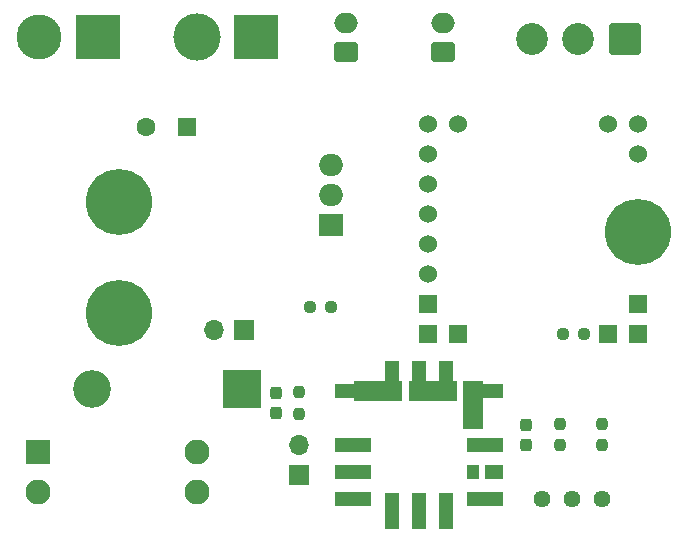
<source format=gbr>
%TF.GenerationSoftware,KiCad,Pcbnew,8.0.5*%
%TF.CreationDate,2024-09-27T00:24:26+09:00*%
%TF.ProjectId,____,fb90fa7f-2e6b-4696-9361-645f70636258,rev?*%
%TF.SameCoordinates,Original*%
%TF.FileFunction,Soldermask,Top*%
%TF.FilePolarity,Negative*%
%FSLAX46Y46*%
G04 Gerber Fmt 4.6, Leading zero omitted, Abs format (unit mm)*
G04 Created by KiCad (PCBNEW 8.0.5) date 2024-09-27 00:24:26*
%MOMM*%
%LPD*%
G01*
G04 APERTURE LIST*
G04 Aperture macros list*
%AMRoundRect*
0 Rectangle with rounded corners*
0 $1 Rounding radius*
0 $2 $3 $4 $5 $6 $7 $8 $9 X,Y pos of 4 corners*
0 Add a 4 corners polygon primitive as box body*
4,1,4,$2,$3,$4,$5,$6,$7,$8,$9,$2,$3,0*
0 Add four circle primitives for the rounded corners*
1,1,$1+$1,$2,$3*
1,1,$1+$1,$4,$5*
1,1,$1+$1,$6,$7*
1,1,$1+$1,$8,$9*
0 Add four rect primitives between the rounded corners*
20,1,$1+$1,$2,$3,$4,$5,0*
20,1,$1+$1,$4,$5,$6,$7,0*
20,1,$1+$1,$6,$7,$8,$9,0*
20,1,$1+$1,$8,$9,$2,$3,0*%
%AMOutline4P*
0 Free polygon, 4 corners , with rotation*
0 The origin of the aperture is its center*
0 number of corners: always 4*
0 $1 to $8 corner X, Y*
0 $9 Rotation angle, in degrees counterclockwise*
0 create outline with 4 corners*
4,1,4,$1,$2,$3,$4,$5,$6,$7,$8,$1,$2,$9*%
G04 Aperture macros list end*
%ADD10R,1.700000X1.700000*%
%ADD11O,1.700000X1.700000*%
%ADD12RoundRect,0.250001X1.099999X1.099999X-1.099999X1.099999X-1.099999X-1.099999X1.099999X-1.099999X0*%
%ADD13C,2.700000*%
%ADD14R,1.600000X1.600000*%
%ADD15C,1.600000*%
%ADD16RoundRect,0.237500X-0.237500X0.250000X-0.237500X-0.250000X0.237500X-0.250000X0.237500X0.250000X0*%
%ADD17C,5.600000*%
%ADD18R,3.800000X3.800000*%
%ADD19C,3.800000*%
%ADD20R,3.200000X3.200000*%
%ADD21O,3.200000X3.200000*%
%ADD22R,2.000000X1.905000*%
%ADD23O,2.000000X1.905000*%
%ADD24Outline4P,-1.500000X-0.600000X1.500000X-0.600000X1.500000X0.600000X-1.500000X0.600000X0.000000*%
%ADD25Outline4P,-2.035000X-0.885000X2.035000X-0.885000X2.035000X0.885000X-2.035000X0.885000X0.000000*%
%ADD26Outline4P,-0.600000X-1.500000X0.600000X-1.500000X0.600000X1.500000X-0.600000X1.500000X0.000000*%
%ADD27Outline4P,-0.885000X-2.035000X0.885000X-2.035000X0.885000X2.035000X-0.885000X2.035000X0.000000*%
%ADD28Outline4P,-0.750000X-0.600000X0.750000X-0.600000X0.750000X0.600000X-0.750000X0.600000X0.000000*%
%ADD29Outline4P,-0.500000X-0.600000X0.500000X-0.600000X0.500000X0.600000X-0.500000X0.600000X0.000000*%
%ADD30RoundRect,0.250000X0.750000X-0.600000X0.750000X0.600000X-0.750000X0.600000X-0.750000X-0.600000X0*%
%ADD31O,2.000000X1.700000*%
%ADD32R,2.108200X2.108200*%
%ADD33C,2.108200*%
%ADD34RoundRect,0.237500X-0.250000X-0.237500X0.250000X-0.237500X0.250000X0.237500X-0.250000X0.237500X0*%
%ADD35C,4.000000*%
%ADD36RoundRect,0.237500X-0.237500X0.300000X-0.237500X-0.300000X0.237500X-0.300000X0.237500X0.300000X0*%
%ADD37C,1.440000*%
%ADD38RoundRect,0.237500X0.237500X-0.250000X0.237500X0.250000X-0.237500X0.250000X-0.237500X-0.250000X0*%
%ADD39RoundRect,0.237500X0.250000X0.237500X-0.250000X0.237500X-0.250000X-0.237500X0.250000X-0.237500X0*%
%ADD40C,1.524000*%
%ADD41R,1.524000X1.524000*%
G04 APERTURE END LIST*
D10*
%TO.C,J5*%
X52964000Y-117475000D03*
D11*
X50424000Y-117475000D03*
%TD*%
D12*
%TO.C,J4*%
X85240000Y-92837000D03*
D13*
X81280000Y-92837000D03*
X77320000Y-92837000D03*
%TD*%
D14*
%TO.C,C3*%
X48178600Y-100330000D03*
D15*
X44678600Y-100330000D03*
%TD*%
D16*
%TO.C,R1*%
X57630000Y-122791500D03*
X57630000Y-124616500D03*
%TD*%
D17*
%TO.C,REF\u002A\u002A*%
X42367200Y-106680000D03*
%TD*%
D16*
%TO.C,R2*%
X79728000Y-125458500D03*
X79728000Y-127283500D03*
%TD*%
D18*
%TO.C,J1*%
X40600000Y-92710000D03*
D19*
X35600000Y-92710000D03*
%TD*%
D20*
%TO.C,D1*%
X52832000Y-122478800D03*
D21*
X40132000Y-122478800D03*
%TD*%
D22*
%TO.C,Q2*%
X60325000Y-108585000D03*
D23*
X60325000Y-106045000D03*
X60325000Y-103505000D03*
%TD*%
D24*
%TO.C,U1*%
X62190000Y-127260000D03*
X62190000Y-122680000D03*
D25*
X64355000Y-122680000D03*
D26*
X65500000Y-121660000D03*
X67790000Y-121660000D03*
D25*
X68935000Y-122680000D03*
D26*
X70080000Y-121660000D03*
D27*
X72390000Y-123825000D03*
D24*
X73390000Y-122680000D03*
X73390000Y-127260000D03*
X73390000Y-131840000D03*
D26*
X67790000Y-132860000D03*
X65500000Y-132860000D03*
D24*
X62190000Y-131840000D03*
X62190000Y-129550000D03*
D28*
X74140000Y-129550000D03*
D26*
X70080000Y-132860000D03*
D29*
X72390000Y-129550000D03*
%TD*%
D30*
%TO.C,MES1*%
X61595000Y-93980000D03*
D31*
X61595000Y-91480000D03*
%TD*%
D32*
%TO.C,F1*%
X35534600Y-127838200D03*
D33*
X35534600Y-131241800D03*
X48996600Y-131241800D03*
X48996600Y-127838200D03*
%TD*%
D34*
%TO.C,R4*%
X79963000Y-117856000D03*
X81788000Y-117856000D03*
%TD*%
D30*
%TO.C,J3*%
X69850000Y-93980000D03*
D31*
X69850000Y-91480000D03*
%TD*%
D18*
%TO.C,J2*%
X53975000Y-92710000D03*
D35*
X48975000Y-92710000D03*
%TD*%
D36*
%TO.C,C2*%
X76807000Y-125508500D03*
X76807000Y-127233500D03*
%TD*%
D37*
%TO.C,RV2*%
X83284000Y-131832000D03*
X80744000Y-131832000D03*
X78204000Y-131832000D03*
%TD*%
D38*
%TO.C,R3*%
X83284000Y-127283500D03*
X83284000Y-125458500D03*
%TD*%
D39*
%TO.C,R5*%
X60348500Y-115570000D03*
X58523500Y-115570000D03*
%TD*%
D36*
%TO.C,C1*%
X55676800Y-122835500D03*
X55676800Y-124560500D03*
%TD*%
D10*
%TO.C,JP1*%
X57630000Y-129800000D03*
D11*
X57630000Y-127260000D03*
%TD*%
D40*
%TO.C,LT8640-1*%
X71120000Y-100076000D03*
X68580000Y-100076000D03*
X68580000Y-102616000D03*
X68580000Y-105156000D03*
X68580000Y-107696000D03*
X68580000Y-110236000D03*
X68580000Y-112776000D03*
D41*
X68580000Y-115316000D03*
X68580000Y-117856000D03*
X71120000Y-117856000D03*
D40*
X83820000Y-100076000D03*
X86360000Y-100076000D03*
X86360000Y-102616000D03*
D41*
X86360000Y-115316000D03*
X86360000Y-117856000D03*
X83820000Y-117856000D03*
%TD*%
D17*
%TO.C,REF\u002A\u002A*%
X42367200Y-116052600D03*
%TD*%
%TO.C,REF\u002A\u002A*%
X86360000Y-109220000D03*
%TD*%
M02*

</source>
